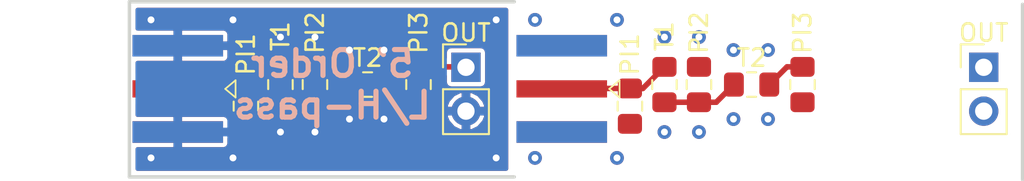
<source format=kicad_pcb>
(kicad_pcb (version 20171130) (host pcbnew "(5.0.2-5)-5")

  (general
    (thickness 1.6)
    (drawings 5)
    (tracks 50)
    (zones 0)
    (modules 14)
    (nets 5)
  )

  (page A4)
  (layers
    (0 F.Cu signal)
    (31 B.Cu signal)
    (32 B.Adhes user)
    (33 F.Adhes user)
    (34 B.Paste user)
    (35 F.Paste user)
    (36 B.SilkS user)
    (37 F.SilkS user)
    (38 B.Mask user)
    (39 F.Mask user)
    (40 Dwgs.User user)
    (41 Cmts.User user)
    (42 Eco1.User user)
    (43 Eco2.User user)
    (44 Edge.Cuts user)
    (45 Margin user)
    (46 B.CrtYd user)
    (47 F.CrtYd user)
    (48 B.Fab user)
    (49 F.Fab user)
  )

  (setup
    (last_trace_width 0.32)
    (trace_clearance 0.2)
    (zone_clearance 0.25)
    (zone_45_only no)
    (trace_min 0.2)
    (segment_width 0.2)
    (edge_width 0.15)
    (via_size 0.8)
    (via_drill 0.4)
    (via_min_size 0.4)
    (via_min_drill 0.3)
    (uvia_size 0.3)
    (uvia_drill 0.1)
    (uvias_allowed no)
    (uvia_min_size 0.2)
    (uvia_min_drill 0.1)
    (pcb_text_width 0.3)
    (pcb_text_size 1.5 1.5)
    (mod_edge_width 0.15)
    (mod_text_size 1 1)
    (mod_text_width 0.15)
    (pad_size 1.7 1.7)
    (pad_drill 1)
    (pad_to_mask_clearance 0.051)
    (solder_mask_min_width 0.25)
    (aux_axis_origin 0 0)
    (visible_elements FFFFFF7F)
    (pcbplotparams
      (layerselection 0x010fc_ffffffff)
      (usegerberextensions false)
      (usegerberattributes false)
      (usegerberadvancedattributes false)
      (creategerberjobfile false)
      (excludeedgelayer true)
      (linewidth 0.050000)
      (plotframeref false)
      (viasonmask false)
      (mode 1)
      (useauxorigin false)
      (hpglpennumber 1)
      (hpglpenspeed 20)
      (hpglpendiameter 15.000000)
      (psnegative false)
      (psa4output false)
      (plotreference true)
      (plotvalue false)
      (plotinvisibletext false)
      (padsonsilk false)
      (subtractmaskfromsilk false)
      (outputformat 1)
      (mirror false)
      (drillshape 0)
      (scaleselection 1)
      (outputdirectory "plots/"))
  )

  (net 0 "")
  (net 1 0)
  (net 2 "Net-(C1-Pad1)")
  (net 3 "Net-(C2-Pad1)")
  (net 4 VOUT)

  (net_class Default "This is the default net class."
    (clearance 0.2)
    (trace_width 0.32)
    (via_dia 0.8)
    (via_drill 0.4)
    (uvia_dia 0.3)
    (uvia_drill 0.1)
    (add_net 0)
    (add_net "Net-(C1-Pad1)")
    (add_net "Net-(C2-Pad1)")
    (add_net VOUT)
  )

  (module Connector_Coaxial:SMA_Jack_Horizontal (layer F.Cu) (tedit 5D9B3796) (tstamp 5D9BE841)
    (at 151.05 91.25 180)
    (path /5D90C4C0)
    (fp_text reference IN (at 3.55 -4.15 180) (layer F.SilkS) hide
      (effects (font (size 1 1) (thickness 0.15)))
    )
    (fp_text value 3.3 (at 3.55 4.15 180) (layer F.Fab) hide
      (effects (font (size 1 1) (thickness 0.15)))
    )
    (fp_line (start 2.65 -3) (end 2.65 3) (layer F.Fab) (width 0.1))
    (fp_line (start 2.65 3) (end 3.65 3) (layer F.Fab) (width 0.1))
    (fp_line (start 3.65 3.165) (end 3.65 -3.165) (layer F.Fab) (width 0.1))
    (fp_line (start 3.65 -3) (end 2.65 -3) (layer F.Fab) (width 0.1))
    (fp_line (start 2.65 3) (end -2.35 3) (layer F.Fab) (width 0.1))
    (fp_line (start -2.35 3) (end -2.35 -3) (layer F.Fab) (width 0.1))
    (fp_line (start -2.35 -3) (end 2.65 -3) (layer F.Fab) (width 0.1))
    (fp_line (start -2.75 0) (end -3.35 0.5) (layer F.SilkS) (width 0.1))
    (fp_line (start -3.35 0.5) (end -3.35 -0.5) (layer F.SilkS) (width 0.1))
    (fp_line (start -3.35 -0.5) (end -2.75 0) (layer F.SilkS) (width 0.1))
    (fp_line (start 2.75 0) (end 3.35 0.5) (layer F.Fab) (width 0.1))
    (fp_line (start 3.35 0.5) (end 3.35 -0.5) (layer F.Fab) (width 0.1))
    (fp_line (start 3.35 -0.5) (end 2.75 0) (layer F.Fab) (width 0.1))
    (fp_line (start 9.9 3.165) (end 9.9 -3.165) (layer F.Fab) (width 0.1))
    (fp_line (start 9.9 3.165) (end 3.65 3.165) (layer F.Fab) (width 0.1))
    (fp_line (start 3.65 -3.165) (end 9.85 -3.165) (layer F.Fab) (width 0.1))
    (fp_line (start -3.6 -3.42) (end -3.6 3.42) (layer F.CrtYd) (width 0.1))
    (fp_line (start -3.6 3.42) (end 10.25 3.42) (layer F.CrtYd) (width 0.1))
    (fp_line (start 10.25 3.42) (end 10.25 -3.42) (layer F.CrtYd) (width 0.1))
    (fp_line (start 10.25 -3.42) (end -3.6 -3.42) (layer F.CrtYd) (width 0.1))
    (pad 2 smd rect (at 0 -2.5 180) (size 5.25 1.25) (layers F.Cu F.Paste F.Mask)
      (net 1 0))
    (pad 1 smd rect (at 0 0 180) (size 5.25 1) (layers F.Cu F.Paste F.Mask)
      (net 2 "Net-(C1-Pad1)"))
    (pad 2 smd rect (at 0 2.5 180) (size 5.25 1.25) (layers F.Cu F.Paste F.Mask)
      (net 1 0))
    (pad 2 smd rect (at 0 -2.5 180) (size 5.25 1.25) (layers B.Cu B.Paste B.Mask)
      (net 1 0))
    (pad 2 smd rect (at 0 2.5 180) (size 5.25 1.25) (layers B.Cu B.Paste B.Mask)
      (net 1 0))
  )

  (module Capacitor_SMD:C_0805_2012Metric_Pad1.15x1.40mm_HandSolder (layer F.Cu) (tedit 5D9B534D) (tstamp 5D9BE831)
    (at 155 92.25 270)
    (descr "Capacitor SMD 0805 (2012 Metric), square (rectangular) end terminal, IPC_7351 nominal with elongated pad for handsoldering. (Body size source: https://docs.google.com/spreadsheets/d/1BsfQQcO9C6DZCsRaXUlFlo91Tg2WpOkGARC1WS5S8t0/edit?usp=sharing), generated with kicad-footprint-generator")
    (tags "capacitor handsolder")
    (path /5D90CF4C)
    (attr smd)
    (fp_text reference PI1 (at -3 0 270) (layer F.SilkS)
      (effects (font (size 1 1) (thickness 0.15)))
    )
    (fp_text value 20p (at 0 1.65 270) (layer F.Fab) hide
      (effects (font (size 1 1) (thickness 0.15)))
    )
    (fp_line (start -1 0.6) (end -1 -0.6) (layer F.Fab) (width 0.1))
    (fp_line (start -1 -0.6) (end 1 -0.6) (layer F.Fab) (width 0.1))
    (fp_line (start 1 -0.6) (end 1 0.6) (layer F.Fab) (width 0.1))
    (fp_line (start 1 0.6) (end -1 0.6) (layer F.Fab) (width 0.1))
    (fp_line (start -0.261252 -0.71) (end 0.261252 -0.71) (layer F.SilkS) (width 0.12))
    (fp_line (start -0.261252 0.71) (end 0.261252 0.71) (layer F.SilkS) (width 0.12))
    (fp_line (start -1.85 0.95) (end -1.85 -0.95) (layer F.CrtYd) (width 0.05))
    (fp_line (start -1.85 -0.95) (end 1.85 -0.95) (layer F.CrtYd) (width 0.05))
    (fp_line (start 1.85 -0.95) (end 1.85 0.95) (layer F.CrtYd) (width 0.05))
    (fp_line (start 1.85 0.95) (end -1.85 0.95) (layer F.CrtYd) (width 0.05))
    (fp_text user %R (at 0 0 270) (layer F.Fab) hide
      (effects (font (size 0.5 0.5) (thickness 0.08)))
    )
    (pad 1 smd roundrect (at -1.025 0 270) (size 1.15 1.4) (layers F.Cu F.Paste F.Mask) (roundrect_rratio 0.217)
      (net 2 "Net-(C1-Pad1)"))
    (pad 2 smd roundrect (at 1.025 0 270) (size 1.15 1.4) (layers F.Cu F.Paste F.Mask) (roundrect_rratio 0.217391)
      (net 1 0))
    (model ${KISYS3DMOD}/Capacitor_SMD.3dshapes/C_0805_2012Metric.wrl
      (at (xyz 0 0 0))
      (scale (xyz 1 1 1))
      (rotate (xyz 0 0 0))
    )
  )

  (module Capacitor_SMD:C_0805_2012Metric_Pad1.15x1.40mm_HandSolder (layer F.Cu) (tedit 5D9B5354) (tstamp 5D9BE821)
    (at 159 91 90)
    (descr "Capacitor SMD 0805 (2012 Metric), square (rectangular) end terminal, IPC_7351 nominal with elongated pad for handsoldering. (Body size source: https://docs.google.com/spreadsheets/d/1BsfQQcO9C6DZCsRaXUlFlo91Tg2WpOkGARC1WS5S8t0/edit?usp=sharing), generated with kicad-footprint-generator")
    (tags "capacitor handsolder")
    (path /5C7F35F7)
    (attr smd)
    (fp_text reference PI2 (at 3 0 90) (layer F.SilkS)
      (effects (font (size 1 1) (thickness 0.15)))
    )
    (fp_text value 33p (at 0 1.65 90) (layer F.Fab) hide
      (effects (font (size 1 1) (thickness 0.15)))
    )
    (fp_text user %R (at 0 0 90) (layer F.Fab) hide
      (effects (font (size 0.5 0.5) (thickness 0.08)))
    )
    (fp_line (start 1.85 0.95) (end -1.85 0.95) (layer F.CrtYd) (width 0.05))
    (fp_line (start 1.85 -0.95) (end 1.85 0.95) (layer F.CrtYd) (width 0.05))
    (fp_line (start -1.85 -0.95) (end 1.85 -0.95) (layer F.CrtYd) (width 0.05))
    (fp_line (start -1.85 0.95) (end -1.85 -0.95) (layer F.CrtYd) (width 0.05))
    (fp_line (start -0.261252 0.71) (end 0.261252 0.71) (layer F.SilkS) (width 0.12))
    (fp_line (start -0.261252 -0.71) (end 0.261252 -0.71) (layer F.SilkS) (width 0.12))
    (fp_line (start 1 0.6) (end -1 0.6) (layer F.Fab) (width 0.1))
    (fp_line (start 1 -0.6) (end 1 0.6) (layer F.Fab) (width 0.1))
    (fp_line (start -1 -0.6) (end 1 -0.6) (layer F.Fab) (width 0.1))
    (fp_line (start -1 0.6) (end -1 -0.6) (layer F.Fab) (width 0.1))
    (pad 2 smd roundrect (at 1.025 0 90) (size 1.15 1.4) (layers F.Cu F.Paste F.Mask) (roundrect_rratio 0.217391)
      (net 1 0))
    (pad 1 smd roundrect (at -1.025 0 90) (size 1.15 1.4) (layers F.Cu F.Paste F.Mask) (roundrect_rratio 0.217391)
      (net 3 "Net-(C2-Pad1)"))
    (model ${KISYS3DMOD}/Capacitor_SMD.3dshapes/C_0805_2012Metric.wrl
      (at (xyz 0 0 0))
      (scale (xyz 1 1 1))
      (rotate (xyz 0 0 0))
    )
  )

  (module Capacitor_SMD:C_0805_2012Metric_Pad1.15x1.40mm_HandSolder (layer F.Cu) (tedit 5D9B535A) (tstamp 5D9BE810)
    (at 165 91 270)
    (descr "Capacitor SMD 0805 (2012 Metric), square (rectangular) end terminal, IPC_7351 nominal with elongated pad for handsoldering. (Body size source: https://docs.google.com/spreadsheets/d/1BsfQQcO9C6DZCsRaXUlFlo91Tg2WpOkGARC1WS5S8t0/edit?usp=sharing), generated with kicad-footprint-generator")
    (tags "capacitor handsolder")
    (path /5D97F415)
    (attr smd)
    (fp_text reference PI3 (at -3 0 270) (layer F.SilkS)
      (effects (font (size 1 1) (thickness 0.15)))
    )
    (fp_text value 20p (at 0 1.65 270) (layer F.Fab) hide
      (effects (font (size 1 1) (thickness 0.15)))
    )
    (fp_text user %R (at 0 0 270) (layer F.Fab) hide
      (effects (font (size 0.5 0.5) (thickness 0.08)))
    )
    (fp_line (start 1.85 0.95) (end -1.85 0.95) (layer F.CrtYd) (width 0.05))
    (fp_line (start 1.85 -0.95) (end 1.85 0.95) (layer F.CrtYd) (width 0.05))
    (fp_line (start -1.85 -0.95) (end 1.85 -0.95) (layer F.CrtYd) (width 0.05))
    (fp_line (start -1.85 0.95) (end -1.85 -0.95) (layer F.CrtYd) (width 0.05))
    (fp_line (start -0.261252 0.71) (end 0.261252 0.71) (layer F.SilkS) (width 0.12))
    (fp_line (start -0.261252 -0.71) (end 0.261252 -0.71) (layer F.SilkS) (width 0.12))
    (fp_line (start 1 0.6) (end -1 0.6) (layer F.Fab) (width 0.1))
    (fp_line (start 1 -0.6) (end 1 0.6) (layer F.Fab) (width 0.1))
    (fp_line (start -1 -0.6) (end 1 -0.6) (layer F.Fab) (width 0.1))
    (fp_line (start -1 0.6) (end -1 -0.6) (layer F.Fab) (width 0.1))
    (pad 2 smd roundrect (at 1.025 0 270) (size 1.15 1.4) (layers F.Cu F.Paste F.Mask) (roundrect_rratio 0.217391)
      (net 1 0))
    (pad 1 smd roundrect (at -1.025 0 270) (size 1.15 1.4) (layers F.Cu F.Paste F.Mask) (roundrect_rratio 0.217391)
      (net 4 VOUT))
    (model ${KISYS3DMOD}/Capacitor_SMD.3dshapes/C_0805_2012Metric.wrl
      (at (xyz 0 0 0))
      (scale (xyz 1 1 1))
      (rotate (xyz 0 0 0))
    )
  )

  (module Connector_PinHeader_2.54mm:PinHeader_1x02_P2.54mm_Vertical (layer F.Cu) (tedit 5D989CBE) (tstamp 5D9BE7FB)
    (at 175.5 90)
    (descr "Through hole straight pin header, 1x02, 2.54mm pitch, single row")
    (tags "Through hole pin header THT 1x02 2.54mm single row")
    (path /5D98A0B1)
    (fp_text reference OUT (at 0 -2) (layer F.SilkS)
      (effects (font (size 1 1) (thickness 0.15)))
    )
    (fp_text value Conn_01x02 (at 0 4.87) (layer F.Fab) hide
      (effects (font (size 1 1) (thickness 0.15)))
    )
    (fp_line (start -0.635 -1.27) (end 1.27 -1.27) (layer F.Fab) (width 0.1))
    (fp_line (start 1.27 -1.27) (end 1.27 3.81) (layer F.Fab) (width 0.1))
    (fp_line (start 1.27 3.81) (end -1.27 3.81) (layer F.Fab) (width 0.1))
    (fp_line (start -1.27 3.81) (end -1.27 -0.635) (layer F.Fab) (width 0.1))
    (fp_line (start -1.27 -0.635) (end -0.635 -1.27) (layer F.Fab) (width 0.1))
    (fp_line (start -1.33 3.87) (end 1.33 3.87) (layer F.SilkS) (width 0.12))
    (fp_line (start -1.33 1.27) (end -1.33 3.87) (layer F.SilkS) (width 0.12))
    (fp_line (start 1.33 1.27) (end 1.33 3.87) (layer F.SilkS) (width 0.12))
    (fp_line (start -1.33 1.27) (end 1.33 1.27) (layer F.SilkS) (width 0.12))
    (fp_line (start -1.33 0) (end -1.33 -1.33) (layer F.SilkS) (width 0.12))
    (fp_line (start -1.33 -1.33) (end 0 -1.33) (layer F.SilkS) (width 0.12))
    (fp_line (start -1.8 -1.8) (end -1.8 4.35) (layer F.CrtYd) (width 0.05))
    (fp_line (start -1.8 4.35) (end 1.8 4.35) (layer F.CrtYd) (width 0.05))
    (fp_line (start 1.8 4.35) (end 1.8 -1.8) (layer F.CrtYd) (width 0.05))
    (fp_line (start 1.8 -1.8) (end -1.8 -1.8) (layer F.CrtYd) (width 0.05))
    (fp_text user %R (at 0 1.27 90) (layer F.Fab) hide
      (effects (font (size 1 1) (thickness 0.15)))
    )
    (pad 1 thru_hole rect (at 0 0) (size 1.7 1.7) (drill 1) (layers *.Cu *.Mask)
      (net 4 VOUT))
    (pad 2 thru_hole oval (at 0 2.54) (size 1.7 1.7) (drill 1) (layers *.Cu *.Mask)
      (net 1 0))
    (model ${KISYS3DMOD}/Connector_PinHeader_2.54mm.3dshapes/PinHeader_1x02_P2.54mm_Vertical.wrl
      (at (xyz 0 0 0))
      (scale (xyz 1 1 1))
      (rotate (xyz 0 0 0))
    )
  )

  (module Inductor_SMD:L_0805_2012Metric_Pad1.15x1.40mm_HandSolder (layer F.Cu) (tedit 5D9B5334) (tstamp 5D9BE7EB)
    (at 157 91 270)
    (descr "Capacitor SMD 0805 (2012 Metric), square (rectangular) end terminal, IPC_7351 nominal with elongated pad for handsoldering. (Body size source: https://docs.google.com/spreadsheets/d/1BsfQQcO9C6DZCsRaXUlFlo91Tg2WpOkGARC1WS5S8t0/edit?usp=sharing), generated with kicad-footprint-generator")
    (tags "inductor handsolder")
    (path /5C499BA3)
    (attr smd)
    (fp_text reference T1 (at -2.8 0 270) (layer F.SilkS)
      (effects (font (size 1 1) (thickness 0.15)))
    )
    (fp_text value 47n (at 0 1.65 270) (layer F.Fab) hide
      (effects (font (size 1 1) (thickness 0.15)))
    )
    (fp_text user %R (at 0 0 270) (layer F.Fab) hide
      (effects (font (size 0.5 0.5) (thickness 0.08)))
    )
    (fp_line (start 1.85 0.95) (end -1.85 0.95) (layer F.CrtYd) (width 0.05))
    (fp_line (start 1.85 -0.95) (end 1.85 0.95) (layer F.CrtYd) (width 0.05))
    (fp_line (start -1.85 -0.95) (end 1.85 -0.95) (layer F.CrtYd) (width 0.05))
    (fp_line (start -1.85 0.95) (end -1.85 -0.95) (layer F.CrtYd) (width 0.05))
    (fp_line (start -0.261252 0.71) (end 0.261252 0.71) (layer F.SilkS) (width 0.12))
    (fp_line (start -0.261252 -0.71) (end 0.261252 -0.71) (layer F.SilkS) (width 0.12))
    (fp_line (start 1 0.6) (end -1 0.6) (layer F.Fab) (width 0.1))
    (fp_line (start 1 -0.6) (end 1 0.6) (layer F.Fab) (width 0.1))
    (fp_line (start -1 -0.6) (end 1 -0.6) (layer F.Fab) (width 0.1))
    (fp_line (start -1 0.6) (end -1 -0.6) (layer F.Fab) (width 0.1))
    (pad 2 smd roundrect (at 1.025 0 270) (size 1.15 1.4) (layers F.Cu F.Paste F.Mask) (roundrect_rratio 0.217391)
      (net 3 "Net-(C2-Pad1)"))
    (pad 1 smd roundrect (at -1.025 0 270) (size 1.15 1.4) (layers F.Cu F.Paste F.Mask) (roundrect_rratio 0.217391)
      (net 2 "Net-(C1-Pad1)"))
    (model ${KISYS3DMOD}/Inductor_SMD.3dshapes/L_0805_2012Metric.wrl
      (at (xyz 0 0 0))
      (scale (xyz 1 1 1))
      (rotate (xyz 0 0 0))
    )
  )

  (module Inductor_SMD:L_0805_2012Metric_Pad1.15x1.40mm_HandSolder (layer F.Cu) (tedit 5D9B533D) (tstamp 5D9BE7D7)
    (at 162.05 91)
    (descr "Capacitor SMD 0805 (2012 Metric), square (rectangular) end terminal, IPC_7351 nominal with elongated pad for handsoldering. (Body size source: https://docs.google.com/spreadsheets/d/1BsfQQcO9C6DZCsRaXUlFlo91Tg2WpOkGARC1WS5S8t0/edit?usp=sharing), generated with kicad-footprint-generator")
    (tags "inductor handsolder")
    (path /5D97F3E4)
    (attr smd)
    (fp_text reference T2 (at 0 -1.55) (layer F.SilkS)
      (effects (font (size 1 1) (thickness 0.15)))
    )
    (fp_text value 47n (at 0 1.65) (layer F.Fab) hide
      (effects (font (size 1 1) (thickness 0.15)))
    )
    (fp_line (start -1 0.6) (end -1 -0.6) (layer F.Fab) (width 0.1))
    (fp_line (start -1 -0.6) (end 1 -0.6) (layer F.Fab) (width 0.1))
    (fp_line (start 1 -0.6) (end 1 0.6) (layer F.Fab) (width 0.1))
    (fp_line (start 1 0.6) (end -1 0.6) (layer F.Fab) (width 0.1))
    (fp_line (start -0.261252 -0.71) (end 0.261252 -0.71) (layer F.SilkS) (width 0.12))
    (fp_line (start -0.261252 0.71) (end 0.261252 0.71) (layer F.SilkS) (width 0.12))
    (fp_line (start -1.85 0.95) (end -1.85 -0.95) (layer F.CrtYd) (width 0.05))
    (fp_line (start -1.85 -0.95) (end 1.85 -0.95) (layer F.CrtYd) (width 0.05))
    (fp_line (start 1.85 -0.95) (end 1.85 0.95) (layer F.CrtYd) (width 0.05))
    (fp_line (start 1.85 0.95) (end -1.85 0.95) (layer F.CrtYd) (width 0.05))
    (fp_text user %R (at 0 0) (layer F.Fab) hide
      (effects (font (size 0.5 0.5) (thickness 0.08)))
    )
    (pad 1 smd roundrect (at -1.025 0) (size 1.15 1.4) (layers F.Cu F.Paste F.Mask) (roundrect_rratio 0.217391)
      (net 3 "Net-(C2-Pad1)"))
    (pad 2 smd roundrect (at 1.025 0) (size 1.15 1.4) (layers F.Cu F.Paste F.Mask) (roundrect_rratio 0.217391)
      (net 4 VOUT))
    (model ${KISYS3DMOD}/Inductor_SMD.3dshapes/L_0805_2012Metric.wrl
      (at (xyz 0 0 0))
      (scale (xyz 1 1 1))
      (rotate (xyz 0 0 0))
    )
  )

  (module Connector_Coaxial:SMA_Jack_Horizontal (layer F.Cu) (tedit 5D9B3796) (tstamp 5DA61252)
    (at 128.8 91.25 180)
    (path /5D90C4C0)
    (fp_text reference IN (at 3.55 -4.15 180) (layer F.SilkS) hide
      (effects (font (size 1 1) (thickness 0.15)))
    )
    (fp_text value 3.3 (at 3.55 4.15 180) (layer F.Fab) hide
      (effects (font (size 1 1) (thickness 0.15)))
    )
    (fp_line (start 10.25 -3.42) (end -3.6 -3.42) (layer F.CrtYd) (width 0.1))
    (fp_line (start 10.25 3.42) (end 10.25 -3.42) (layer F.CrtYd) (width 0.1))
    (fp_line (start -3.6 3.42) (end 10.25 3.42) (layer F.CrtYd) (width 0.1))
    (fp_line (start -3.6 -3.42) (end -3.6 3.42) (layer F.CrtYd) (width 0.1))
    (fp_line (start 3.65 -3.165) (end 9.85 -3.165) (layer F.Fab) (width 0.1))
    (fp_line (start 9.9 3.165) (end 3.65 3.165) (layer F.Fab) (width 0.1))
    (fp_line (start 9.9 3.165) (end 9.9 -3.165) (layer F.Fab) (width 0.1))
    (fp_line (start 3.35 -0.5) (end 2.75 0) (layer F.Fab) (width 0.1))
    (fp_line (start 3.35 0.5) (end 3.35 -0.5) (layer F.Fab) (width 0.1))
    (fp_line (start 2.75 0) (end 3.35 0.5) (layer F.Fab) (width 0.1))
    (fp_line (start -3.35 -0.5) (end -2.75 0) (layer F.SilkS) (width 0.1))
    (fp_line (start -3.35 0.5) (end -3.35 -0.5) (layer F.SilkS) (width 0.1))
    (fp_line (start -2.75 0) (end -3.35 0.5) (layer F.SilkS) (width 0.1))
    (fp_line (start -2.35 -3) (end 2.65 -3) (layer F.Fab) (width 0.1))
    (fp_line (start -2.35 3) (end -2.35 -3) (layer F.Fab) (width 0.1))
    (fp_line (start 2.65 3) (end -2.35 3) (layer F.Fab) (width 0.1))
    (fp_line (start 3.65 -3) (end 2.65 -3) (layer F.Fab) (width 0.1))
    (fp_line (start 3.65 3.165) (end 3.65 -3.165) (layer F.Fab) (width 0.1))
    (fp_line (start 2.65 3) (end 3.65 3) (layer F.Fab) (width 0.1))
    (fp_line (start 2.65 -3) (end 2.65 3) (layer F.Fab) (width 0.1))
    (pad 2 smd rect (at 0 2.5 180) (size 5.25 1.25) (layers B.Cu B.Paste B.Mask)
      (net 1 0))
    (pad 2 smd rect (at 0 -2.5 180) (size 5.25 1.25) (layers B.Cu B.Paste B.Mask)
      (net 1 0))
    (pad 2 smd rect (at 0 2.5 180) (size 5.25 1.25) (layers F.Cu F.Paste F.Mask)
      (net 1 0))
    (pad 1 smd rect (at 0 0 180) (size 5.25 1) (layers F.Cu F.Paste F.Mask)
      (net 2 "Net-(C1-Pad1)"))
    (pad 2 smd rect (at 0 -2.5 180) (size 5.25 1.25) (layers F.Cu F.Paste F.Mask)
      (net 1 0))
  )

  (module Capacitor_SMD:C_0805_2012Metric_Pad1.15x1.40mm_HandSolder (layer F.Cu) (tedit 5D9B534D) (tstamp 5DA611C0)
    (at 132.75 92.25 270)
    (descr "Capacitor SMD 0805 (2012 Metric), square (rectangular) end terminal, IPC_7351 nominal with elongated pad for handsoldering. (Body size source: https://docs.google.com/spreadsheets/d/1BsfQQcO9C6DZCsRaXUlFlo91Tg2WpOkGARC1WS5S8t0/edit?usp=sharing), generated with kicad-footprint-generator")
    (tags "capacitor handsolder")
    (path /5D90CF4C)
    (attr smd)
    (fp_text reference PI1 (at -3 0 270) (layer F.SilkS)
      (effects (font (size 1 1) (thickness 0.15)))
    )
    (fp_text value 20p (at 0 1.65 270) (layer F.Fab) hide
      (effects (font (size 1 1) (thickness 0.15)))
    )
    (fp_text user %R (at 0 0 270) (layer F.Fab) hide
      (effects (font (size 0.5 0.5) (thickness 0.08)))
    )
    (fp_line (start 1.85 0.95) (end -1.85 0.95) (layer F.CrtYd) (width 0.05))
    (fp_line (start 1.85 -0.95) (end 1.85 0.95) (layer F.CrtYd) (width 0.05))
    (fp_line (start -1.85 -0.95) (end 1.85 -0.95) (layer F.CrtYd) (width 0.05))
    (fp_line (start -1.85 0.95) (end -1.85 -0.95) (layer F.CrtYd) (width 0.05))
    (fp_line (start -0.261252 0.71) (end 0.261252 0.71) (layer F.SilkS) (width 0.12))
    (fp_line (start -0.261252 -0.71) (end 0.261252 -0.71) (layer F.SilkS) (width 0.12))
    (fp_line (start 1 0.6) (end -1 0.6) (layer F.Fab) (width 0.1))
    (fp_line (start 1 -0.6) (end 1 0.6) (layer F.Fab) (width 0.1))
    (fp_line (start -1 -0.6) (end 1 -0.6) (layer F.Fab) (width 0.1))
    (fp_line (start -1 0.6) (end -1 -0.6) (layer F.Fab) (width 0.1))
    (pad 2 smd roundrect (at 1.025 0 270) (size 1.15 1.4) (layers F.Cu F.Paste F.Mask) (roundrect_rratio 0.217391)
      (net 1 0))
    (pad 1 smd roundrect (at -1.025 0 270) (size 1.15 1.4) (layers F.Cu F.Paste F.Mask) (roundrect_rratio 0.217)
      (net 2 "Net-(C1-Pad1)"))
    (model ${KISYS3DMOD}/Capacitor_SMD.3dshapes/C_0805_2012Metric.wrl
      (at (xyz 0 0 0))
      (scale (xyz 1 1 1))
      (rotate (xyz 0 0 0))
    )
  )

  (module Capacitor_SMD:C_0805_2012Metric_Pad1.15x1.40mm_HandSolder (layer F.Cu) (tedit 5D9B5354) (tstamp 5DA611D1)
    (at 136.75 91 90)
    (descr "Capacitor SMD 0805 (2012 Metric), square (rectangular) end terminal, IPC_7351 nominal with elongated pad for handsoldering. (Body size source: https://docs.google.com/spreadsheets/d/1BsfQQcO9C6DZCsRaXUlFlo91Tg2WpOkGARC1WS5S8t0/edit?usp=sharing), generated with kicad-footprint-generator")
    (tags "capacitor handsolder")
    (path /5C7F35F7)
    (attr smd)
    (fp_text reference PI2 (at 3 0 90) (layer F.SilkS)
      (effects (font (size 1 1) (thickness 0.15)))
    )
    (fp_text value 33p (at 0 1.65 90) (layer F.Fab) hide
      (effects (font (size 1 1) (thickness 0.15)))
    )
    (fp_line (start -1 0.6) (end -1 -0.6) (layer F.Fab) (width 0.1))
    (fp_line (start -1 -0.6) (end 1 -0.6) (layer F.Fab) (width 0.1))
    (fp_line (start 1 -0.6) (end 1 0.6) (layer F.Fab) (width 0.1))
    (fp_line (start 1 0.6) (end -1 0.6) (layer F.Fab) (width 0.1))
    (fp_line (start -0.261252 -0.71) (end 0.261252 -0.71) (layer F.SilkS) (width 0.12))
    (fp_line (start -0.261252 0.71) (end 0.261252 0.71) (layer F.SilkS) (width 0.12))
    (fp_line (start -1.85 0.95) (end -1.85 -0.95) (layer F.CrtYd) (width 0.05))
    (fp_line (start -1.85 -0.95) (end 1.85 -0.95) (layer F.CrtYd) (width 0.05))
    (fp_line (start 1.85 -0.95) (end 1.85 0.95) (layer F.CrtYd) (width 0.05))
    (fp_line (start 1.85 0.95) (end -1.85 0.95) (layer F.CrtYd) (width 0.05))
    (fp_text user %R (at 0 0 90) (layer F.Fab) hide
      (effects (font (size 0.5 0.5) (thickness 0.08)))
    )
    (pad 1 smd roundrect (at -1.025 0 90) (size 1.15 1.4) (layers F.Cu F.Paste F.Mask) (roundrect_rratio 0.217391)
      (net 3 "Net-(C2-Pad1)"))
    (pad 2 smd roundrect (at 1.025 0 90) (size 1.15 1.4) (layers F.Cu F.Paste F.Mask) (roundrect_rratio 0.217391)
      (net 1 0))
    (model ${KISYS3DMOD}/Capacitor_SMD.3dshapes/C_0805_2012Metric.wrl
      (at (xyz 0 0 0))
      (scale (xyz 1 1 1))
      (rotate (xyz 0 0 0))
    )
  )

  (module Capacitor_SMD:C_0805_2012Metric_Pad1.15x1.40mm_HandSolder (layer F.Cu) (tedit 5D9B535A) (tstamp 5DA611E2)
    (at 142.75 91 270)
    (descr "Capacitor SMD 0805 (2012 Metric), square (rectangular) end terminal, IPC_7351 nominal with elongated pad for handsoldering. (Body size source: https://docs.google.com/spreadsheets/d/1BsfQQcO9C6DZCsRaXUlFlo91Tg2WpOkGARC1WS5S8t0/edit?usp=sharing), generated with kicad-footprint-generator")
    (tags "capacitor handsolder")
    (path /5D97F415)
    (attr smd)
    (fp_text reference PI3 (at -3 0 270) (layer F.SilkS)
      (effects (font (size 1 1) (thickness 0.15)))
    )
    (fp_text value 20p (at 0 1.65 270) (layer F.Fab) hide
      (effects (font (size 1 1) (thickness 0.15)))
    )
    (fp_line (start -1 0.6) (end -1 -0.6) (layer F.Fab) (width 0.1))
    (fp_line (start -1 -0.6) (end 1 -0.6) (layer F.Fab) (width 0.1))
    (fp_line (start 1 -0.6) (end 1 0.6) (layer F.Fab) (width 0.1))
    (fp_line (start 1 0.6) (end -1 0.6) (layer F.Fab) (width 0.1))
    (fp_line (start -0.261252 -0.71) (end 0.261252 -0.71) (layer F.SilkS) (width 0.12))
    (fp_line (start -0.261252 0.71) (end 0.261252 0.71) (layer F.SilkS) (width 0.12))
    (fp_line (start -1.85 0.95) (end -1.85 -0.95) (layer F.CrtYd) (width 0.05))
    (fp_line (start -1.85 -0.95) (end 1.85 -0.95) (layer F.CrtYd) (width 0.05))
    (fp_line (start 1.85 -0.95) (end 1.85 0.95) (layer F.CrtYd) (width 0.05))
    (fp_line (start 1.85 0.95) (end -1.85 0.95) (layer F.CrtYd) (width 0.05))
    (fp_text user %R (at 0 0 270) (layer F.Fab) hide
      (effects (font (size 0.5 0.5) (thickness 0.08)))
    )
    (pad 1 smd roundrect (at -1.025 0 270) (size 1.15 1.4) (layers F.Cu F.Paste F.Mask) (roundrect_rratio 0.217391)
      (net 4 VOUT))
    (pad 2 smd roundrect (at 1.025 0 270) (size 1.15 1.4) (layers F.Cu F.Paste F.Mask) (roundrect_rratio 0.217391)
      (net 1 0))
    (model ${KISYS3DMOD}/Capacitor_SMD.3dshapes/C_0805_2012Metric.wrl
      (at (xyz 0 0 0))
      (scale (xyz 1 1 1))
      (rotate (xyz 0 0 0))
    )
  )

  (module Connector_PinHeader_2.54mm:PinHeader_1x02_P2.54mm_Vertical (layer F.Cu) (tedit 5D989CBE) (tstamp 5DA611F8)
    (at 145.5 90)
    (descr "Through hole straight pin header, 1x02, 2.54mm pitch, single row")
    (tags "Through hole pin header THT 1x02 2.54mm single row")
    (path /5D98A0B1)
    (fp_text reference OUT (at 0 -2) (layer F.SilkS)
      (effects (font (size 1 1) (thickness 0.15)))
    )
    (fp_text value Conn_01x02 (at 0 4.87) (layer F.Fab) hide
      (effects (font (size 1 1) (thickness 0.15)))
    )
    (fp_text user %R (at 0 1.27 90) (layer F.Fab) hide
      (effects (font (size 1 1) (thickness 0.15)))
    )
    (fp_line (start 1.8 -1.8) (end -1.8 -1.8) (layer F.CrtYd) (width 0.05))
    (fp_line (start 1.8 4.35) (end 1.8 -1.8) (layer F.CrtYd) (width 0.05))
    (fp_line (start -1.8 4.35) (end 1.8 4.35) (layer F.CrtYd) (width 0.05))
    (fp_line (start -1.8 -1.8) (end -1.8 4.35) (layer F.CrtYd) (width 0.05))
    (fp_line (start -1.33 -1.33) (end 0 -1.33) (layer F.SilkS) (width 0.12))
    (fp_line (start -1.33 0) (end -1.33 -1.33) (layer F.SilkS) (width 0.12))
    (fp_line (start -1.33 1.27) (end 1.33 1.27) (layer F.SilkS) (width 0.12))
    (fp_line (start 1.33 1.27) (end 1.33 3.87) (layer F.SilkS) (width 0.12))
    (fp_line (start -1.33 1.27) (end -1.33 3.87) (layer F.SilkS) (width 0.12))
    (fp_line (start -1.33 3.87) (end 1.33 3.87) (layer F.SilkS) (width 0.12))
    (fp_line (start -1.27 -0.635) (end -0.635 -1.27) (layer F.Fab) (width 0.1))
    (fp_line (start -1.27 3.81) (end -1.27 -0.635) (layer F.Fab) (width 0.1))
    (fp_line (start 1.27 3.81) (end -1.27 3.81) (layer F.Fab) (width 0.1))
    (fp_line (start 1.27 -1.27) (end 1.27 3.81) (layer F.Fab) (width 0.1))
    (fp_line (start -0.635 -1.27) (end 1.27 -1.27) (layer F.Fab) (width 0.1))
    (pad 2 thru_hole oval (at 0 2.54) (size 1.7 1.7) (drill 1) (layers *.Cu *.Mask)
      (net 1 0))
    (pad 1 thru_hole rect (at 0 0) (size 1.7 1.7) (drill 1) (layers *.Cu *.Mask)
      (net 4 VOUT))
    (model ${KISYS3DMOD}/Connector_PinHeader_2.54mm.3dshapes/PinHeader_1x02_P2.54mm_Vertical.wrl
      (at (xyz 0 0 0))
      (scale (xyz 1 1 1))
      (rotate (xyz 0 0 0))
    )
  )

  (module Inductor_SMD:L_0805_2012Metric_Pad1.15x1.40mm_HandSolder (layer F.Cu) (tedit 5D9B5334) (tstamp 5DA61209)
    (at 134.75 91 270)
    (descr "Capacitor SMD 0805 (2012 Metric), square (rectangular) end terminal, IPC_7351 nominal with elongated pad for handsoldering. (Body size source: https://docs.google.com/spreadsheets/d/1BsfQQcO9C6DZCsRaXUlFlo91Tg2WpOkGARC1WS5S8t0/edit?usp=sharing), generated with kicad-footprint-generator")
    (tags "inductor handsolder")
    (path /5C499BA3)
    (attr smd)
    (fp_text reference T1 (at -2.8 0 270) (layer F.SilkS)
      (effects (font (size 1 1) (thickness 0.15)))
    )
    (fp_text value 47n (at 0 1.65 270) (layer F.Fab) hide
      (effects (font (size 1 1) (thickness 0.15)))
    )
    (fp_line (start -1 0.6) (end -1 -0.6) (layer F.Fab) (width 0.1))
    (fp_line (start -1 -0.6) (end 1 -0.6) (layer F.Fab) (width 0.1))
    (fp_line (start 1 -0.6) (end 1 0.6) (layer F.Fab) (width 0.1))
    (fp_line (start 1 0.6) (end -1 0.6) (layer F.Fab) (width 0.1))
    (fp_line (start -0.261252 -0.71) (end 0.261252 -0.71) (layer F.SilkS) (width 0.12))
    (fp_line (start -0.261252 0.71) (end 0.261252 0.71) (layer F.SilkS) (width 0.12))
    (fp_line (start -1.85 0.95) (end -1.85 -0.95) (layer F.CrtYd) (width 0.05))
    (fp_line (start -1.85 -0.95) (end 1.85 -0.95) (layer F.CrtYd) (width 0.05))
    (fp_line (start 1.85 -0.95) (end 1.85 0.95) (layer F.CrtYd) (width 0.05))
    (fp_line (start 1.85 0.95) (end -1.85 0.95) (layer F.CrtYd) (width 0.05))
    (fp_text user %R (at 0 0 270) (layer F.Fab) hide
      (effects (font (size 0.5 0.5) (thickness 0.08)))
    )
    (pad 1 smd roundrect (at -1.025 0 270) (size 1.15 1.4) (layers F.Cu F.Paste F.Mask) (roundrect_rratio 0.217391)
      (net 2 "Net-(C1-Pad1)"))
    (pad 2 smd roundrect (at 1.025 0 270) (size 1.15 1.4) (layers F.Cu F.Paste F.Mask) (roundrect_rratio 0.217391)
      (net 3 "Net-(C2-Pad1)"))
    (model ${KISYS3DMOD}/Inductor_SMD.3dshapes/L_0805_2012Metric.wrl
      (at (xyz 0 0 0))
      (scale (xyz 1 1 1))
      (rotate (xyz 0 0 0))
    )
  )

  (module Inductor_SMD:L_0805_2012Metric_Pad1.15x1.40mm_HandSolder (layer F.Cu) (tedit 5D9B533D) (tstamp 5DA6121A)
    (at 139.8 91)
    (descr "Capacitor SMD 0805 (2012 Metric), square (rectangular) end terminal, IPC_7351 nominal with elongated pad for handsoldering. (Body size source: https://docs.google.com/spreadsheets/d/1BsfQQcO9C6DZCsRaXUlFlo91Tg2WpOkGARC1WS5S8t0/edit?usp=sharing), generated with kicad-footprint-generator")
    (tags "inductor handsolder")
    (path /5D97F3E4)
    (attr smd)
    (fp_text reference T2 (at 0 -1.55) (layer F.SilkS)
      (effects (font (size 1 1) (thickness 0.15)))
    )
    (fp_text value 47n (at 0 1.65) (layer F.Fab) hide
      (effects (font (size 1 1) (thickness 0.15)))
    )
    (fp_text user %R (at 0 0) (layer F.Fab) hide
      (effects (font (size 0.5 0.5) (thickness 0.08)))
    )
    (fp_line (start 1.85 0.95) (end -1.85 0.95) (layer F.CrtYd) (width 0.05))
    (fp_line (start 1.85 -0.95) (end 1.85 0.95) (layer F.CrtYd) (width 0.05))
    (fp_line (start -1.85 -0.95) (end 1.85 -0.95) (layer F.CrtYd) (width 0.05))
    (fp_line (start -1.85 0.95) (end -1.85 -0.95) (layer F.CrtYd) (width 0.05))
    (fp_line (start -0.261252 0.71) (end 0.261252 0.71) (layer F.SilkS) (width 0.12))
    (fp_line (start -0.261252 -0.71) (end 0.261252 -0.71) (layer F.SilkS) (width 0.12))
    (fp_line (start 1 0.6) (end -1 0.6) (layer F.Fab) (width 0.1))
    (fp_line (start 1 -0.6) (end 1 0.6) (layer F.Fab) (width 0.1))
    (fp_line (start -1 -0.6) (end 1 -0.6) (layer F.Fab) (width 0.1))
    (fp_line (start -1 0.6) (end -1 -0.6) (layer F.Fab) (width 0.1))
    (pad 2 smd roundrect (at 1.025 0) (size 1.15 1.4) (layers F.Cu F.Paste F.Mask) (roundrect_rratio 0.217391)
      (net 4 VOUT))
    (pad 1 smd roundrect (at -1.025 0) (size 1.15 1.4) (layers F.Cu F.Paste F.Mask) (roundrect_rratio 0.217391)
      (net 3 "Net-(C2-Pad1)"))
    (model ${KISYS3DMOD}/Inductor_SMD.3dshapes/L_0805_2012Metric.wrl
      (at (xyz 0 0 0))
      (scale (xyz 1 1 1))
      (rotate (xyz 0 0 0))
    )
  )

  (gr_line (start 177.75 86.35) (end 177.75 96.5) (layer Edge.Cuts) (width 0.2))
  (gr_text "5’ Order\nL/H-pass" (at 137.75 91) (layer B.SilkS)
    (effects (font (size 1.5 1.5) (thickness 0.3)) (justify mirror))
  )
  (gr_line (start 126 86.2) (end 148.3 86.2) (layer Edge.Cuts) (width 0.2))
  (gr_line (start 126 96.35) (end 126 86.2) (layer Edge.Cuts) (width 0.2))
  (gr_line (start 148.3 96.35) (end 126 96.35) (layer Edge.Cuts) (width 0.2))

  (via (at 134.75 93.75) (size 0.8) (drill 0.4) (layers F.Cu B.Cu) (net 1) (tstamp 5DA61D1B))
  (via (at 136.75 93.75) (size 0.8) (drill 0.4) (layers F.Cu B.Cu) (net 1) (tstamp 5DA61D1D))
  (via (at 138.75 93) (size 0.8) (drill 0.4) (layers F.Cu B.Cu) (net 1) (tstamp 5DA61D1F))
  (via (at 140.75 93) (size 0.8) (drill 0.4) (layers F.Cu B.Cu) (net 1) (tstamp 5DA61D21))
  (via (at 140.75 89) (size 0.8) (drill 0.4) (layers F.Cu B.Cu) (net 1) (tstamp 5DA61D25))
  (via (at 138.75 89) (size 0.8) (drill 0.4) (layers F.Cu B.Cu) (net 1) (tstamp 5DA61D27))
  (via (at 136.75 88.25) (size 0.8) (drill 0.4) (layers F.Cu B.Cu) (net 1) (tstamp 5D99089D))
  (via (at 134.75 88.25) (size 0.8) (drill 0.4) (layers F.Cu B.Cu) (net 1) (tstamp 5D99089F))
  (via (at 127.25 87.25) (size 0.8) (drill 0.4) (layers F.Cu B.Cu) (net 1) (tstamp 5D9B53D7))
  (via (at 127.25 95.25) (size 0.8) (drill 0.4) (layers F.Cu B.Cu) (net 1) (tstamp 5D9B53D9))
  (via (at 147.25 87.25) (size 0.8) (drill 0.4) (layers F.Cu B.Cu) (net 1) (tstamp 5D9B53DE))
  (via (at 147.25 95.25) (size 0.8) (drill 0.4) (layers F.Cu B.Cu) (net 1) (tstamp 5D9B5412))
  (via (at 132 95.25) (size 0.8) (drill 0.4) (layers F.Cu B.Cu) (net 1) (tstamp 5D9B765D))
  (via (at 132 87.25) (size 0.8) (drill 0.4) (layers F.Cu B.Cu) (net 1) (tstamp 5D9B7660))
  (via (at 161 93) (size 0.8) (drill 0.4) (layers F.Cu B.Cu) (net 1) (tstamp 5D9BE7C3))
  (via (at 157 93.75) (size 0.8) (drill 0.4) (layers F.Cu B.Cu) (net 1) (tstamp 5D9BE7C4))
  (via (at 154.25 95.25) (size 0.8) (drill 0.4) (layers F.Cu B.Cu) (net 1) (tstamp 5D9BE7CF))
  (via (at 154.25 87.25) (size 0.8) (drill 0.4) (layers F.Cu B.Cu) (net 1) (tstamp 5D9BE7D0))
  (via (at 159 88.25) (size 0.8) (drill 0.4) (layers F.Cu B.Cu) (net 1) (tstamp 5D9BE7D1))
  (via (at 157 88.25) (size 0.8) (drill 0.4) (layers F.Cu B.Cu) (net 1) (tstamp 5D9BE7D2))
  (via (at 149.5 87.25) (size 0.8) (drill 0.4) (layers F.Cu B.Cu) (net 1) (tstamp 5D9BE7D3))
  (via (at 149.5 95.25) (size 0.8) (drill 0.4) (layers F.Cu B.Cu) (net 1) (tstamp 5D9BE7D4))
  (via (at 163 93) (size 0.8) (drill 0.4) (layers F.Cu B.Cu) (net 1) (tstamp 5D9BE7E7))
  (via (at 163 89) (size 0.8) (drill 0.4) (layers F.Cu B.Cu) (net 1) (tstamp 5D9BE7E8))
  (via (at 161 89) (size 0.8) (drill 0.4) (layers F.Cu B.Cu) (net 1) (tstamp 5D9BE7E9))
  (via (at 159 93.75) (size 0.8) (drill 0.4) (layers F.Cu B.Cu) (net 1) (tstamp 5D9BE85F))
  (segment (start 134.725 90) (end 134.75 89.975) (width 0.32) (layer F.Cu) (net 2))
  (segment (start 133.5 91.225) (end 134.75 89.975) (width 0.32) (layer F.Cu) (net 2))
  (segment (start 132.75 91.225) (end 133.5 91.225) (width 0.32) (layer F.Cu) (net 2))
  (segment (start 128.825 91.225) (end 128.8 91.25) (width 0.32) (layer F.Cu) (net 2))
  (segment (start 132.75 91.225) (end 128.825 91.225) (width 0.32) (layer F.Cu) (net 2))
  (segment (start 151.075 91.225) (end 151.05 91.25) (width 0.32) (layer F.Cu) (net 2) (tstamp 5D9BE7CC))
  (segment (start 155 91.225) (end 151.075 91.225) (width 0.32) (layer F.Cu) (net 2) (tstamp 5D9BE7CD))
  (segment (start 155 91.225) (end 155.75 91.225) (width 0.32) (layer F.Cu) (net 2) (tstamp 5D9BE7EA))
  (segment (start 155.75 91.225) (end 157 89.975) (width 0.32) (layer F.Cu) (net 2) (tstamp 5D9BE85D))
  (segment (start 156.975 90) (end 157 89.975) (width 0.32) (layer F.Cu) (net 2) (tstamp 5D9BE85E))
  (segment (start 137.75 92.025) (end 138.775 91) (width 0.32) (layer F.Cu) (net 3))
  (segment (start 134.75 92.025) (end 137.75 92.025) (width 0.32) (layer F.Cu) (net 3))
  (segment (start 157 92.025) (end 160 92.025) (width 0.32) (layer F.Cu) (net 3) (tstamp 5D9BE7C9))
  (segment (start 160 92.025) (end 161.025 91) (width 0.32) (layer F.Cu) (net 3) (tstamp 5D9BE7CE))
  (segment (start 140.8 90.975) (end 140.775 91) (width 0.32) (layer F.Cu) (net 4))
  (segment (start 140.85 90.975) (end 140.825 91) (width 0.32) (layer F.Cu) (net 4))
  (segment (start 145.475 89.975) (end 145.5 90) (width 0.32) (layer F.Cu) (net 4))
  (segment (start 142.75 89.975) (end 145.475 89.975) (width 0.32) (layer F.Cu) (net 4))
  (segment (start 141.85 89.975) (end 140.825 91) (width 0.32) (layer F.Cu) (net 4))
  (segment (start 142.75 89.975) (end 141.85 89.975) (width 0.32) (layer F.Cu) (net 4))
  (segment (start 164.1 89.975) (end 163.075 91) (width 0.32) (layer F.Cu) (net 4) (tstamp 5D9BE7C7))
  (segment (start 165 89.975) (end 164.1 89.975) (width 0.32) (layer F.Cu) (net 4) (tstamp 5D9BE7C8))
  (segment (start 163.05 90.975) (end 163.025 91) (width 0.32) (layer F.Cu) (net 4) (tstamp 5D9BE7CA))
  (segment (start 163.1 90.975) (end 163.075 91) (width 0.32) (layer F.Cu) (net 4) (tstamp 5D9BE7CB))

  (zone (net 1) (net_name 0) (layer F.Cu) (tstamp 5D9B5850) (hatch edge 0.508)
    (connect_pads (clearance 0.25))
    (min_thickness 0.25)
    (fill yes (arc_segments 16) (thermal_gap 0.25) (thermal_bridge_width 0.5))
    (polygon
      (pts
        (xy 126 86.25) (xy 126 96.25) (xy 148.3 96.25) (xy 148.3 86.25)
      )
    )
    (filled_polygon
      (pts
        (xy 147.825001 95.875) (xy 126.475 95.875) (xy 126.475 94.75) (xy 128.58125 94.75) (xy 128.675 94.65625)
        (xy 128.675 93.875) (xy 128.655 93.875) (xy 128.655 93.625) (xy 128.675 93.625) (xy 128.675 92.84375)
        (xy 128.925 92.84375) (xy 128.925 93.625) (xy 128.945 93.625) (xy 128.945 93.875) (xy 128.925 93.875)
        (xy 128.925 94.65625) (xy 129.01875 94.75) (xy 131.499592 94.75) (xy 131.63742 94.69291) (xy 131.74291 94.587421)
        (xy 131.8 94.449592) (xy 131.8 94.130331) (xy 131.837579 94.16791) (xy 131.975408 94.225) (xy 132.53125 94.225)
        (xy 132.625 94.13125) (xy 132.625 93.4) (xy 132.875 93.4) (xy 132.875 94.13125) (xy 132.96875 94.225)
        (xy 133.524592 94.225) (xy 133.662421 94.16791) (xy 133.76791 94.06242) (xy 133.825 93.924592) (xy 133.825 93.49375)
        (xy 133.73125 93.4) (xy 132.875 93.4) (xy 132.625 93.4) (xy 132.605 93.4) (xy 132.605 93.15)
        (xy 132.625 93.15) (xy 132.625 92.41875) (xy 132.53125 92.325) (xy 131.975408 92.325) (xy 131.837579 92.38209)
        (xy 131.73209 92.48758) (xy 131.675 92.625408) (xy 131.675 92.84467) (xy 131.63742 92.80709) (xy 131.499592 92.75)
        (xy 129.01875 92.75) (xy 128.925 92.84375) (xy 128.675 92.84375) (xy 128.58125 92.75) (xy 126.475 92.75)
        (xy 126.475 92.132346) (xy 131.425 92.132346) (xy 131.571317 92.103242) (xy 131.695359 92.020359) (xy 131.778242 91.896317)
        (xy 131.779856 91.888202) (xy 131.852732 91.997268) (xy 132.057734 92.134246) (xy 132.29955 92.182346) (xy 133.20045 92.182346)
        (xy 133.442266 92.134246) (xy 133.647268 91.997268) (xy 133.667654 91.966758) (xy 133.667654 92.350001) (xy 133.676921 92.39659)
        (xy 133.662421 92.38209) (xy 133.524592 92.325) (xy 132.96875 92.325) (xy 132.875 92.41875) (xy 132.875 93.15)
        (xy 133.73125 93.15) (xy 133.825 93.05625) (xy 133.825 92.755435) (xy 133.852864 92.797136) (xy 134.058011 92.934212)
        (xy 134.299999 92.982346) (xy 135.200001 92.982346) (xy 135.441989 92.934212) (xy 135.647136 92.797136) (xy 135.75 92.64319)
        (xy 135.852864 92.797136) (xy 136.058011 92.934212) (xy 136.299999 92.982346) (xy 137.200001 92.982346) (xy 137.441989 92.934212)
        (xy 137.647136 92.797136) (xy 137.784212 92.591989) (xy 137.790076 92.562509) (xy 137.802688 92.56) (xy 137.802692 92.56)
        (xy 137.958747 92.528959) (xy 138.135713 92.410713) (xy 138.165562 92.366041) (xy 138.287853 92.24375) (xy 141.675 92.24375)
        (xy 141.675 92.674592) (xy 141.73209 92.81242) (xy 141.837579 92.91791) (xy 141.975408 92.975) (xy 142.53125 92.975)
        (xy 142.625 92.88125) (xy 142.625 92.15) (xy 142.875 92.15) (xy 142.875 92.88125) (xy 142.96875 92.975)
        (xy 143.524592 92.975) (xy 143.662421 92.91791) (xy 143.726237 92.854093) (xy 144.315951 92.854093) (xy 144.440645 93.155157)
        (xy 144.756694 93.513729) (xy 145.185905 93.724059) (xy 145.375 93.664867) (xy 145.375 92.665) (xy 145.625 92.665)
        (xy 145.625 93.664867) (xy 145.814095 93.724059) (xy 146.243306 93.513729) (xy 146.559355 93.155157) (xy 146.684049 92.854093)
        (xy 146.624323 92.665) (xy 145.625 92.665) (xy 145.375 92.665) (xy 144.375677 92.665) (xy 144.315951 92.854093)
        (xy 143.726237 92.854093) (xy 143.76791 92.81242) (xy 143.825 92.674592) (xy 143.825 92.24375) (xy 143.807157 92.225907)
        (xy 144.315951 92.225907) (xy 144.375677 92.415) (xy 145.375 92.415) (xy 145.375 91.415133) (xy 145.625 91.415133)
        (xy 145.625 92.415) (xy 146.624323 92.415) (xy 146.684049 92.225907) (xy 146.559355 91.924843) (xy 146.243306 91.566271)
        (xy 145.814095 91.355941) (xy 145.625 91.415133) (xy 145.375 91.415133) (xy 145.185905 91.355941) (xy 144.756694 91.566271)
        (xy 144.440645 91.924843) (xy 144.315951 92.225907) (xy 143.807157 92.225907) (xy 143.73125 92.15) (xy 142.875 92.15)
        (xy 142.625 92.15) (xy 141.76875 92.15) (xy 141.675 92.24375) (xy 138.287853 92.24375) (xy 138.449381 92.082223)
        (xy 138.449999 92.082346) (xy 139.100001 92.082346) (xy 139.341989 92.034212) (xy 139.547136 91.897136) (xy 139.684212 91.691989)
        (xy 139.732346 91.450001) (xy 139.732346 90.549999) (xy 139.867654 90.549999) (xy 139.867654 91.450001) (xy 139.915788 91.691989)
        (xy 140.052864 91.897136) (xy 140.258011 92.034212) (xy 140.499999 92.082346) (xy 141.150001 92.082346) (xy 141.391989 92.034212)
        (xy 141.597136 91.897136) (xy 141.675 91.780605) (xy 141.675 91.80625) (xy 141.76875 91.9) (xy 142.625 91.9)
        (xy 142.625 91.16875) (xy 142.875 91.16875) (xy 142.875 91.9) (xy 143.73125 91.9) (xy 143.825 91.80625)
        (xy 143.825 91.375408) (xy 143.76791 91.23758) (xy 143.662421 91.13209) (xy 143.524592 91.075) (xy 142.96875 91.075)
        (xy 142.875 91.16875) (xy 142.625 91.16875) (xy 142.53125 91.075) (xy 141.975408 91.075) (xy 141.837579 91.13209)
        (xy 141.782346 91.187324) (xy 141.782346 90.799258) (xy 141.845496 90.736109) (xy 141.852864 90.747136) (xy 142.058011 90.884212)
        (xy 142.299999 90.932346) (xy 143.200001 90.932346) (xy 143.441989 90.884212) (xy 143.647136 90.747136) (xy 143.784212 90.541989)
        (xy 143.790575 90.51) (xy 144.267654 90.51) (xy 144.267654 90.85) (xy 144.296758 90.996317) (xy 144.379641 91.120359)
        (xy 144.503683 91.203242) (xy 144.65 91.232346) (xy 146.35 91.232346) (xy 146.496317 91.203242) (xy 146.620359 91.120359)
        (xy 146.703242 90.996317) (xy 146.732346 90.85) (xy 146.732346 89.15) (xy 146.703242 89.003683) (xy 146.620359 88.879641)
        (xy 146.496317 88.796758) (xy 146.35 88.767654) (xy 144.65 88.767654) (xy 144.503683 88.796758) (xy 144.379641 88.879641)
        (xy 144.296758 89.003683) (xy 144.267654 89.15) (xy 144.267654 89.44) (xy 143.790575 89.44) (xy 143.784212 89.408011)
        (xy 143.647136 89.202864) (xy 143.441989 89.065788) (xy 143.200001 89.017654) (xy 142.299999 89.017654) (xy 142.058011 89.065788)
        (xy 141.852864 89.202864) (xy 141.715788 89.408011) (xy 141.705805 89.458201) (xy 141.641253 89.471041) (xy 141.508956 89.559439)
        (xy 141.508953 89.559442) (xy 141.464287 89.589287) (xy 141.434441 89.633954) (xy 141.150619 89.917777) (xy 141.150001 89.917654)
        (xy 140.499999 89.917654) (xy 140.258011 89.965788) (xy 140.052864 90.102864) (xy 139.915788 90.308011) (xy 139.867654 90.549999)
        (xy 139.732346 90.549999) (xy 139.684212 90.308011) (xy 139.547136 90.102864) (xy 139.341989 89.965788) (xy 139.100001 89.917654)
        (xy 138.449999 89.917654) (xy 138.208011 89.965788) (xy 138.002864 90.102864) (xy 137.865788 90.308011) (xy 137.825 90.513068)
        (xy 137.825 90.19375) (xy 137.73125 90.1) (xy 136.875 90.1) (xy 136.875 90.83125) (xy 136.96875 90.925)
        (xy 137.524592 90.925) (xy 137.662421 90.86791) (xy 137.76791 90.76242) (xy 137.817654 90.642327) (xy 137.817654 91.200742)
        (xy 137.694559 91.323837) (xy 137.647136 91.252864) (xy 137.441989 91.115788) (xy 137.200001 91.067654) (xy 136.299999 91.067654)
        (xy 136.058011 91.115788) (xy 135.852864 91.252864) (xy 135.75 91.40681) (xy 135.647136 91.252864) (xy 135.441989 91.115788)
        (xy 135.200001 91.067654) (xy 134.41395 91.067654) (xy 134.549258 90.932346) (xy 135.200001 90.932346) (xy 135.441989 90.884212)
        (xy 135.647136 90.747136) (xy 135.695672 90.674498) (xy 135.73209 90.76242) (xy 135.837579 90.86791) (xy 135.975408 90.925)
        (xy 136.53125 90.925) (xy 136.625 90.83125) (xy 136.625 90.1) (xy 136.605 90.1) (xy 136.605 89.85)
        (xy 136.625 89.85) (xy 136.625 89.11875) (xy 136.875 89.11875) (xy 136.875 89.85) (xy 137.73125 89.85)
        (xy 137.825 89.75625) (xy 137.825 89.325408) (xy 137.76791 89.18758) (xy 137.662421 89.08209) (xy 137.524592 89.025)
        (xy 136.96875 89.025) (xy 136.875 89.11875) (xy 136.625 89.11875) (xy 136.53125 89.025) (xy 135.975408 89.025)
        (xy 135.837579 89.08209) (xy 135.73209 89.18758) (xy 135.695672 89.275502) (xy 135.647136 89.202864) (xy 135.441989 89.065788)
        (xy 135.200001 89.017654) (xy 134.299999 89.017654) (xy 134.058011 89.065788) (xy 133.852864 89.202864) (xy 133.715788 89.408011)
        (xy 133.667654 89.649999) (xy 133.667654 90.300001) (xy 133.667777 90.300619) (xy 133.568377 90.400019) (xy 133.442266 90.315754)
        (xy 133.20045 90.267654) (xy 132.29955 90.267654) (xy 132.057734 90.315754) (xy 131.852732 90.452732) (xy 131.765056 90.583949)
        (xy 131.695359 90.479641) (xy 131.571317 90.396758) (xy 131.425 90.367654) (xy 126.475 90.367654) (xy 126.475 89.75)
        (xy 128.58125 89.75) (xy 128.675 89.65625) (xy 128.675 88.875) (xy 128.925 88.875) (xy 128.925 89.65625)
        (xy 129.01875 89.75) (xy 131.499592 89.75) (xy 131.63742 89.69291) (xy 131.74291 89.587421) (xy 131.8 89.449592)
        (xy 131.8 88.96875) (xy 131.70625 88.875) (xy 128.925 88.875) (xy 128.675 88.875) (xy 128.655 88.875)
        (xy 128.655 88.625) (xy 128.675 88.625) (xy 128.675 87.84375) (xy 128.925 87.84375) (xy 128.925 88.625)
        (xy 131.70625 88.625) (xy 131.8 88.53125) (xy 131.8 88.050408) (xy 131.74291 87.912579) (xy 131.63742 87.80709)
        (xy 131.499592 87.75) (xy 129.01875 87.75) (xy 128.925 87.84375) (xy 128.675 87.84375) (xy 128.58125 87.75)
        (xy 126.475 87.75) (xy 126.475 86.675) (xy 147.825 86.675)
      )
    )
  )
  (zone (net 1) (net_name 0) (layer B.Cu) (tstamp 5D9B584D) (hatch edge 0.508)
    (connect_pads (clearance 0.25))
    (min_thickness 0.25)
    (fill yes (arc_segments 16) (thermal_gap 0.25) (thermal_bridge_width 0.5))
    (polygon
      (pts
        (xy 126 86.25) (xy 126 96.25) (xy 148.3 96.25) (xy 148.3 86.25)
      )
    )
    (filled_polygon
      (pts
        (xy 147.825001 95.875) (xy 126.475 95.875) (xy 126.475 94.75) (xy 128.58125 94.75) (xy 128.675 94.65625)
        (xy 128.675 93.875) (xy 128.925 93.875) (xy 128.925 94.65625) (xy 129.01875 94.75) (xy 131.499592 94.75)
        (xy 131.63742 94.69291) (xy 131.74291 94.587421) (xy 131.8 94.449592) (xy 131.8 93.96875) (xy 131.70625 93.875)
        (xy 128.925 93.875) (xy 128.675 93.875) (xy 128.655 93.875) (xy 128.655 93.625) (xy 128.675 93.625)
        (xy 128.675 92.84375) (xy 128.925 92.84375) (xy 128.925 93.625) (xy 131.70625 93.625) (xy 131.8 93.53125)
        (xy 131.8 93.050408) (xy 131.74291 92.912579) (xy 131.684424 92.854093) (xy 144.315951 92.854093) (xy 144.440645 93.155157)
        (xy 144.756694 93.513729) (xy 145.185905 93.724059) (xy 145.375 93.664867) (xy 145.375 92.665) (xy 145.625 92.665)
        (xy 145.625 93.664867) (xy 145.814095 93.724059) (xy 146.243306 93.513729) (xy 146.559355 93.155157) (xy 146.684049 92.854093)
        (xy 146.624323 92.665) (xy 145.625 92.665) (xy 145.375 92.665) (xy 144.375677 92.665) (xy 144.315951 92.854093)
        (xy 131.684424 92.854093) (xy 131.63742 92.80709) (xy 131.499592 92.75) (xy 129.01875 92.75) (xy 128.925 92.84375)
        (xy 128.675 92.84375) (xy 128.58125 92.75) (xy 126.475 92.75) (xy 126.475 92.225907) (xy 144.315951 92.225907)
        (xy 144.375677 92.415) (xy 145.375 92.415) (xy 145.375 91.415133) (xy 145.625 91.415133) (xy 145.625 92.415)
        (xy 146.624323 92.415) (xy 146.684049 92.225907) (xy 146.559355 91.924843) (xy 146.243306 91.566271) (xy 145.814095 91.355941)
        (xy 145.625 91.415133) (xy 145.375 91.415133) (xy 145.185905 91.355941) (xy 144.756694 91.566271) (xy 144.440645 91.924843)
        (xy 144.315951 92.225907) (xy 126.475 92.225907) (xy 126.475 89.75) (xy 128.58125 89.75) (xy 128.675 89.65625)
        (xy 128.675 88.875) (xy 128.925 88.875) (xy 128.925 89.65625) (xy 129.01875 89.75) (xy 131.499592 89.75)
        (xy 131.63742 89.69291) (xy 131.74291 89.587421) (xy 131.8 89.449592) (xy 131.8 89.15) (xy 144.267654 89.15)
        (xy 144.267654 90.85) (xy 144.296758 90.996317) (xy 144.379641 91.120359) (xy 144.503683 91.203242) (xy 144.65 91.232346)
        (xy 146.35 91.232346) (xy 146.496317 91.203242) (xy 146.620359 91.120359) (xy 146.703242 90.996317) (xy 146.732346 90.85)
        (xy 146.732346 89.15) (xy 146.703242 89.003683) (xy 146.620359 88.879641) (xy 146.496317 88.796758) (xy 146.35 88.767654)
        (xy 144.65 88.767654) (xy 144.503683 88.796758) (xy 144.379641 88.879641) (xy 144.296758 89.003683) (xy 144.267654 89.15)
        (xy 131.8 89.15) (xy 131.8 88.96875) (xy 131.70625 88.875) (xy 128.925 88.875) (xy 128.675 88.875)
        (xy 128.655 88.875) (xy 128.655 88.625) (xy 128.675 88.625) (xy 128.675 87.84375) (xy 128.925 87.84375)
        (xy 128.925 88.625) (xy 131.70625 88.625) (xy 131.8 88.53125) (xy 131.8 88.050408) (xy 131.74291 87.912579)
        (xy 131.63742 87.80709) (xy 131.499592 87.75) (xy 129.01875 87.75) (xy 128.925 87.84375) (xy 128.675 87.84375)
        (xy 128.58125 87.75) (xy 126.475 87.75) (xy 126.475 86.675) (xy 147.825 86.675)
      )
    )
  )
)

</source>
